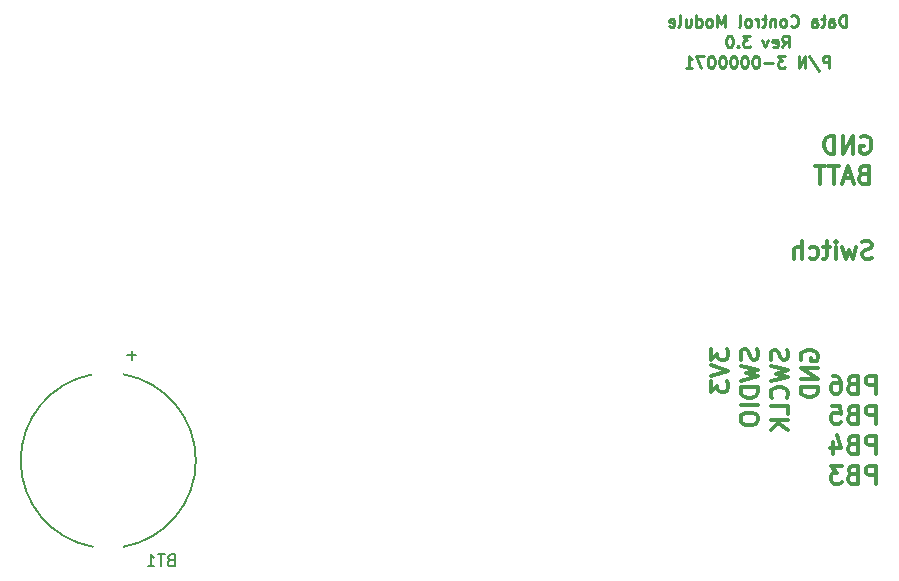
<source format=gbr>
G04 #@! TF.GenerationSoftware,KiCad,Pcbnew,(5.1.7)-1*
G04 #@! TF.CreationDate,2021-02-10T10:40:21-06:00*
G04 #@! TF.ProjectId,control_pcb,636f6e74-726f-46c5-9f70-63622e6b6963,3.0*
G04 #@! TF.SameCoordinates,Original*
G04 #@! TF.FileFunction,Legend,Bot*
G04 #@! TF.FilePolarity,Positive*
%FSLAX46Y46*%
G04 Gerber Fmt 4.6, Leading zero omitted, Abs format (unit mm)*
G04 Created by KiCad (PCBNEW (5.1.7)-1) date 2021-02-10 10:40:21*
%MOMM*%
%LPD*%
G01*
G04 APERTURE LIST*
%ADD10C,0.300000*%
%ADD11C,0.247650*%
%ADD12C,0.150000*%
G04 APERTURE END LIST*
D10*
X151530428Y-123797142D02*
X151316142Y-123868571D01*
X150959000Y-123868571D01*
X150816142Y-123797142D01*
X150744714Y-123725714D01*
X150673285Y-123582857D01*
X150673285Y-123440000D01*
X150744714Y-123297142D01*
X150816142Y-123225714D01*
X150959000Y-123154285D01*
X151244714Y-123082857D01*
X151387571Y-123011428D01*
X151459000Y-122940000D01*
X151530428Y-122797142D01*
X151530428Y-122654285D01*
X151459000Y-122511428D01*
X151387571Y-122440000D01*
X151244714Y-122368571D01*
X150887571Y-122368571D01*
X150673285Y-122440000D01*
X150173285Y-122868571D02*
X149887571Y-123868571D01*
X149601857Y-123154285D01*
X149316142Y-123868571D01*
X149030428Y-122868571D01*
X148459000Y-123868571D02*
X148459000Y-122868571D01*
X148459000Y-122368571D02*
X148530428Y-122440000D01*
X148459000Y-122511428D01*
X148387571Y-122440000D01*
X148459000Y-122368571D01*
X148459000Y-122511428D01*
X147959000Y-122868571D02*
X147387571Y-122868571D01*
X147744714Y-122368571D02*
X147744714Y-123654285D01*
X147673285Y-123797142D01*
X147530428Y-123868571D01*
X147387571Y-123868571D01*
X146244714Y-123797142D02*
X146387571Y-123868571D01*
X146673285Y-123868571D01*
X146816142Y-123797142D01*
X146887571Y-123725714D01*
X146959000Y-123582857D01*
X146959000Y-123154285D01*
X146887571Y-123011428D01*
X146816142Y-122940000D01*
X146673285Y-122868571D01*
X146387571Y-122868571D01*
X146244714Y-122940000D01*
X145601857Y-123868571D02*
X145601857Y-122368571D01*
X144959000Y-123868571D02*
X144959000Y-123082857D01*
X145030428Y-122940000D01*
X145173285Y-122868571D01*
X145387571Y-122868571D01*
X145530428Y-122940000D01*
X145601857Y-123011428D01*
X150776571Y-116732857D02*
X150562285Y-116804285D01*
X150490857Y-116875714D01*
X150419428Y-117018571D01*
X150419428Y-117232857D01*
X150490857Y-117375714D01*
X150562285Y-117447142D01*
X150705142Y-117518571D01*
X151276571Y-117518571D01*
X151276571Y-116018571D01*
X150776571Y-116018571D01*
X150633714Y-116090000D01*
X150562285Y-116161428D01*
X150490857Y-116304285D01*
X150490857Y-116447142D01*
X150562285Y-116590000D01*
X150633714Y-116661428D01*
X150776571Y-116732857D01*
X151276571Y-116732857D01*
X149848000Y-117090000D02*
X149133714Y-117090000D01*
X149990857Y-117518571D02*
X149490857Y-116018571D01*
X148990857Y-117518571D01*
X148705142Y-116018571D02*
X147848000Y-116018571D01*
X148276571Y-117518571D02*
X148276571Y-116018571D01*
X147562285Y-116018571D02*
X146705142Y-116018571D01*
X147133714Y-117518571D02*
X147133714Y-116018571D01*
X150621857Y-113550000D02*
X150764714Y-113478571D01*
X150979000Y-113478571D01*
X151193285Y-113550000D01*
X151336142Y-113692857D01*
X151407571Y-113835714D01*
X151479000Y-114121428D01*
X151479000Y-114335714D01*
X151407571Y-114621428D01*
X151336142Y-114764285D01*
X151193285Y-114907142D01*
X150979000Y-114978571D01*
X150836142Y-114978571D01*
X150621857Y-114907142D01*
X150550428Y-114835714D01*
X150550428Y-114335714D01*
X150836142Y-114335714D01*
X149907571Y-114978571D02*
X149907571Y-113478571D01*
X149050428Y-114978571D01*
X149050428Y-113478571D01*
X148336142Y-114978571D02*
X148336142Y-113478571D01*
X147979000Y-113478571D01*
X147764714Y-113550000D01*
X147621857Y-113692857D01*
X147550428Y-113835714D01*
X147479000Y-114121428D01*
X147479000Y-114335714D01*
X147550428Y-114621428D01*
X147621857Y-114764285D01*
X147764714Y-114907142D01*
X147979000Y-114978571D01*
X148336142Y-114978571D01*
X145554000Y-132461142D02*
X145482571Y-132318285D01*
X145482571Y-132104000D01*
X145554000Y-131889714D01*
X145696857Y-131746857D01*
X145839714Y-131675428D01*
X146125428Y-131604000D01*
X146339714Y-131604000D01*
X146625428Y-131675428D01*
X146768285Y-131746857D01*
X146911142Y-131889714D01*
X146982571Y-132104000D01*
X146982571Y-132246857D01*
X146911142Y-132461142D01*
X146839714Y-132532571D01*
X146339714Y-132532571D01*
X146339714Y-132246857D01*
X146982571Y-133175428D02*
X145482571Y-133175428D01*
X146982571Y-134032571D01*
X145482571Y-134032571D01*
X146982571Y-134746857D02*
X145482571Y-134746857D01*
X145482571Y-135104000D01*
X145554000Y-135318285D01*
X145696857Y-135461142D01*
X145839714Y-135532571D01*
X146125428Y-135604000D01*
X146339714Y-135604000D01*
X146625428Y-135532571D01*
X146768285Y-135461142D01*
X146911142Y-135318285D01*
X146982571Y-135104000D01*
X146982571Y-134746857D01*
X144371142Y-131608142D02*
X144442571Y-131822428D01*
X144442571Y-132179571D01*
X144371142Y-132322428D01*
X144299714Y-132393857D01*
X144156857Y-132465285D01*
X144014000Y-132465285D01*
X143871142Y-132393857D01*
X143799714Y-132322428D01*
X143728285Y-132179571D01*
X143656857Y-131893857D01*
X143585428Y-131751000D01*
X143514000Y-131679571D01*
X143371142Y-131608142D01*
X143228285Y-131608142D01*
X143085428Y-131679571D01*
X143014000Y-131751000D01*
X142942571Y-131893857D01*
X142942571Y-132251000D01*
X143014000Y-132465285D01*
X142942571Y-132965285D02*
X144442571Y-133322428D01*
X143371142Y-133608142D01*
X144442571Y-133893857D01*
X142942571Y-134251000D01*
X144299714Y-135679571D02*
X144371142Y-135608142D01*
X144442571Y-135393857D01*
X144442571Y-135251000D01*
X144371142Y-135036714D01*
X144228285Y-134893857D01*
X144085428Y-134822428D01*
X143799714Y-134751000D01*
X143585428Y-134751000D01*
X143299714Y-134822428D01*
X143156857Y-134893857D01*
X143014000Y-135036714D01*
X142942571Y-135251000D01*
X142942571Y-135393857D01*
X143014000Y-135608142D01*
X143085428Y-135679571D01*
X144442571Y-137036714D02*
X144442571Y-136322428D01*
X142942571Y-136322428D01*
X144442571Y-137536714D02*
X142942571Y-137536714D01*
X144442571Y-138393857D02*
X143585428Y-137751000D01*
X142942571Y-138393857D02*
X143799714Y-137536714D01*
X141831142Y-131568428D02*
X141902571Y-131782714D01*
X141902571Y-132139857D01*
X141831142Y-132282714D01*
X141759714Y-132354142D01*
X141616857Y-132425571D01*
X141474000Y-132425571D01*
X141331142Y-132354142D01*
X141259714Y-132282714D01*
X141188285Y-132139857D01*
X141116857Y-131854142D01*
X141045428Y-131711285D01*
X140974000Y-131639857D01*
X140831142Y-131568428D01*
X140688285Y-131568428D01*
X140545428Y-131639857D01*
X140474000Y-131711285D01*
X140402571Y-131854142D01*
X140402571Y-132211285D01*
X140474000Y-132425571D01*
X140402571Y-132925571D02*
X141902571Y-133282714D01*
X140831142Y-133568428D01*
X141902571Y-133854142D01*
X140402571Y-134211285D01*
X141902571Y-134782714D02*
X140402571Y-134782714D01*
X140402571Y-135139857D01*
X140474000Y-135354142D01*
X140616857Y-135497000D01*
X140759714Y-135568428D01*
X141045428Y-135639857D01*
X141259714Y-135639857D01*
X141545428Y-135568428D01*
X141688285Y-135497000D01*
X141831142Y-135354142D01*
X141902571Y-135139857D01*
X141902571Y-134782714D01*
X141902571Y-136282714D02*
X140402571Y-136282714D01*
X140402571Y-137282714D02*
X140402571Y-137568428D01*
X140474000Y-137711285D01*
X140616857Y-137854142D01*
X140902571Y-137925571D01*
X141402571Y-137925571D01*
X141688285Y-137854142D01*
X141831142Y-137711285D01*
X141902571Y-137568428D01*
X141902571Y-137282714D01*
X141831142Y-137139857D01*
X141688285Y-136997000D01*
X141402571Y-136925571D01*
X140902571Y-136925571D01*
X140616857Y-136997000D01*
X140474000Y-137139857D01*
X140402571Y-137282714D01*
X137862571Y-131492857D02*
X137862571Y-132421428D01*
X138434000Y-131921428D01*
X138434000Y-132135714D01*
X138505428Y-132278571D01*
X138576857Y-132350000D01*
X138719714Y-132421428D01*
X139076857Y-132421428D01*
X139219714Y-132350000D01*
X139291142Y-132278571D01*
X139362571Y-132135714D01*
X139362571Y-131707142D01*
X139291142Y-131564285D01*
X139219714Y-131492857D01*
X137862571Y-132850000D02*
X139362571Y-133350000D01*
X137862571Y-133850000D01*
X137862571Y-134207142D02*
X137862571Y-135135714D01*
X138434000Y-134635714D01*
X138434000Y-134850000D01*
X138505428Y-134992857D01*
X138576857Y-135064285D01*
X138719714Y-135135714D01*
X139076857Y-135135714D01*
X139219714Y-135064285D01*
X139291142Y-134992857D01*
X139362571Y-134850000D01*
X139362571Y-134421428D01*
X139291142Y-134278571D01*
X139219714Y-134207142D01*
X151844142Y-142918571D02*
X151844142Y-141418571D01*
X151272714Y-141418571D01*
X151129857Y-141490000D01*
X151058428Y-141561428D01*
X150987000Y-141704285D01*
X150987000Y-141918571D01*
X151058428Y-142061428D01*
X151129857Y-142132857D01*
X151272714Y-142204285D01*
X151844142Y-142204285D01*
X149844142Y-142132857D02*
X149629857Y-142204285D01*
X149558428Y-142275714D01*
X149487000Y-142418571D01*
X149487000Y-142632857D01*
X149558428Y-142775714D01*
X149629857Y-142847142D01*
X149772714Y-142918571D01*
X150344142Y-142918571D01*
X150344142Y-141418571D01*
X149844142Y-141418571D01*
X149701285Y-141490000D01*
X149629857Y-141561428D01*
X149558428Y-141704285D01*
X149558428Y-141847142D01*
X149629857Y-141990000D01*
X149701285Y-142061428D01*
X149844142Y-142132857D01*
X150344142Y-142132857D01*
X148987000Y-141418571D02*
X148058428Y-141418571D01*
X148558428Y-141990000D01*
X148344142Y-141990000D01*
X148201285Y-142061428D01*
X148129857Y-142132857D01*
X148058428Y-142275714D01*
X148058428Y-142632857D01*
X148129857Y-142775714D01*
X148201285Y-142847142D01*
X148344142Y-142918571D01*
X148772714Y-142918571D01*
X148915571Y-142847142D01*
X148987000Y-142775714D01*
X151844142Y-140378571D02*
X151844142Y-138878571D01*
X151272714Y-138878571D01*
X151129857Y-138950000D01*
X151058428Y-139021428D01*
X150987000Y-139164285D01*
X150987000Y-139378571D01*
X151058428Y-139521428D01*
X151129857Y-139592857D01*
X151272714Y-139664285D01*
X151844142Y-139664285D01*
X149844142Y-139592857D02*
X149629857Y-139664285D01*
X149558428Y-139735714D01*
X149487000Y-139878571D01*
X149487000Y-140092857D01*
X149558428Y-140235714D01*
X149629857Y-140307142D01*
X149772714Y-140378571D01*
X150344142Y-140378571D01*
X150344142Y-138878571D01*
X149844142Y-138878571D01*
X149701285Y-138950000D01*
X149629857Y-139021428D01*
X149558428Y-139164285D01*
X149558428Y-139307142D01*
X149629857Y-139450000D01*
X149701285Y-139521428D01*
X149844142Y-139592857D01*
X150344142Y-139592857D01*
X148201285Y-139378571D02*
X148201285Y-140378571D01*
X148558428Y-138807142D02*
X148915571Y-139878571D01*
X147987000Y-139878571D01*
X151844142Y-137838571D02*
X151844142Y-136338571D01*
X151272714Y-136338571D01*
X151129857Y-136410000D01*
X151058428Y-136481428D01*
X150987000Y-136624285D01*
X150987000Y-136838571D01*
X151058428Y-136981428D01*
X151129857Y-137052857D01*
X151272714Y-137124285D01*
X151844142Y-137124285D01*
X149844142Y-137052857D02*
X149629857Y-137124285D01*
X149558428Y-137195714D01*
X149487000Y-137338571D01*
X149487000Y-137552857D01*
X149558428Y-137695714D01*
X149629857Y-137767142D01*
X149772714Y-137838571D01*
X150344142Y-137838571D01*
X150344142Y-136338571D01*
X149844142Y-136338571D01*
X149701285Y-136410000D01*
X149629857Y-136481428D01*
X149558428Y-136624285D01*
X149558428Y-136767142D01*
X149629857Y-136910000D01*
X149701285Y-136981428D01*
X149844142Y-137052857D01*
X150344142Y-137052857D01*
X148129857Y-136338571D02*
X148844142Y-136338571D01*
X148915571Y-137052857D01*
X148844142Y-136981428D01*
X148701285Y-136910000D01*
X148344142Y-136910000D01*
X148201285Y-136981428D01*
X148129857Y-137052857D01*
X148058428Y-137195714D01*
X148058428Y-137552857D01*
X148129857Y-137695714D01*
X148201285Y-137767142D01*
X148344142Y-137838571D01*
X148701285Y-137838571D01*
X148844142Y-137767142D01*
X148915571Y-137695714D01*
X151844142Y-135298571D02*
X151844142Y-133798571D01*
X151272714Y-133798571D01*
X151129857Y-133870000D01*
X151058428Y-133941428D01*
X150987000Y-134084285D01*
X150987000Y-134298571D01*
X151058428Y-134441428D01*
X151129857Y-134512857D01*
X151272714Y-134584285D01*
X151844142Y-134584285D01*
X149844142Y-134512857D02*
X149629857Y-134584285D01*
X149558428Y-134655714D01*
X149487000Y-134798571D01*
X149487000Y-135012857D01*
X149558428Y-135155714D01*
X149629857Y-135227142D01*
X149772714Y-135298571D01*
X150344142Y-135298571D01*
X150344142Y-133798571D01*
X149844142Y-133798571D01*
X149701285Y-133870000D01*
X149629857Y-133941428D01*
X149558428Y-134084285D01*
X149558428Y-134227142D01*
X149629857Y-134370000D01*
X149701285Y-134441428D01*
X149844142Y-134512857D01*
X150344142Y-134512857D01*
X148201285Y-133798571D02*
X148487000Y-133798571D01*
X148629857Y-133870000D01*
X148701285Y-133941428D01*
X148844142Y-134155714D01*
X148915571Y-134441428D01*
X148915571Y-135012857D01*
X148844142Y-135155714D01*
X148772714Y-135227142D01*
X148629857Y-135298571D01*
X148344142Y-135298571D01*
X148201285Y-135227142D01*
X148129857Y-135155714D01*
X148058428Y-135012857D01*
X148058428Y-134655714D01*
X148129857Y-134512857D01*
X148201285Y-134441428D01*
X148344142Y-134370000D01*
X148629857Y-134370000D01*
X148772714Y-134441428D01*
X148844142Y-134512857D01*
X148915571Y-134655714D01*
D11*
X149335671Y-104251578D02*
X149335671Y-103260978D01*
X149099814Y-103260978D01*
X148958300Y-103308150D01*
X148863957Y-103402492D01*
X148816785Y-103496835D01*
X148769614Y-103685521D01*
X148769614Y-103827035D01*
X148816785Y-104015721D01*
X148863957Y-104110064D01*
X148958300Y-104204407D01*
X149099814Y-104251578D01*
X149335671Y-104251578D01*
X147920528Y-104251578D02*
X147920528Y-103732692D01*
X147967700Y-103638350D01*
X148062042Y-103591178D01*
X148250728Y-103591178D01*
X148345071Y-103638350D01*
X147920528Y-104204407D02*
X148014871Y-104251578D01*
X148250728Y-104251578D01*
X148345071Y-104204407D01*
X148392242Y-104110064D01*
X148392242Y-104015721D01*
X148345071Y-103921378D01*
X148250728Y-103874207D01*
X148014871Y-103874207D01*
X147920528Y-103827035D01*
X147590328Y-103591178D02*
X147212957Y-103591178D01*
X147448814Y-103260978D02*
X147448814Y-104110064D01*
X147401642Y-104204407D01*
X147307300Y-104251578D01*
X147212957Y-104251578D01*
X146458214Y-104251578D02*
X146458214Y-103732692D01*
X146505385Y-103638350D01*
X146599728Y-103591178D01*
X146788414Y-103591178D01*
X146882757Y-103638350D01*
X146458214Y-104204407D02*
X146552557Y-104251578D01*
X146788414Y-104251578D01*
X146882757Y-104204407D01*
X146929928Y-104110064D01*
X146929928Y-104015721D01*
X146882757Y-103921378D01*
X146788414Y-103874207D01*
X146552557Y-103874207D01*
X146458214Y-103827035D01*
X144665700Y-104157235D02*
X144712871Y-104204407D01*
X144854385Y-104251578D01*
X144948728Y-104251578D01*
X145090242Y-104204407D01*
X145184585Y-104110064D01*
X145231757Y-104015721D01*
X145278928Y-103827035D01*
X145278928Y-103685521D01*
X145231757Y-103496835D01*
X145184585Y-103402492D01*
X145090242Y-103308150D01*
X144948728Y-103260978D01*
X144854385Y-103260978D01*
X144712871Y-103308150D01*
X144665700Y-103355321D01*
X144099642Y-104251578D02*
X144193985Y-104204407D01*
X144241157Y-104157235D01*
X144288328Y-104062892D01*
X144288328Y-103779864D01*
X144241157Y-103685521D01*
X144193985Y-103638350D01*
X144099642Y-103591178D01*
X143958128Y-103591178D01*
X143863785Y-103638350D01*
X143816614Y-103685521D01*
X143769442Y-103779864D01*
X143769442Y-104062892D01*
X143816614Y-104157235D01*
X143863785Y-104204407D01*
X143958128Y-104251578D01*
X144099642Y-104251578D01*
X143344900Y-103591178D02*
X143344900Y-104251578D01*
X143344900Y-103685521D02*
X143297728Y-103638350D01*
X143203385Y-103591178D01*
X143061871Y-103591178D01*
X142967528Y-103638350D01*
X142920357Y-103732692D01*
X142920357Y-104251578D01*
X142590157Y-103591178D02*
X142212785Y-103591178D01*
X142448642Y-103260978D02*
X142448642Y-104110064D01*
X142401471Y-104204407D01*
X142307128Y-104251578D01*
X142212785Y-104251578D01*
X141882585Y-104251578D02*
X141882585Y-103591178D01*
X141882585Y-103779864D02*
X141835414Y-103685521D01*
X141788242Y-103638350D01*
X141693900Y-103591178D01*
X141599557Y-103591178D01*
X141127842Y-104251578D02*
X141222185Y-104204407D01*
X141269357Y-104157235D01*
X141316528Y-104062892D01*
X141316528Y-103779864D01*
X141269357Y-103685521D01*
X141222185Y-103638350D01*
X141127842Y-103591178D01*
X140986328Y-103591178D01*
X140891985Y-103638350D01*
X140844814Y-103685521D01*
X140797642Y-103779864D01*
X140797642Y-104062892D01*
X140844814Y-104157235D01*
X140891985Y-104204407D01*
X140986328Y-104251578D01*
X141127842Y-104251578D01*
X140231585Y-104251578D02*
X140325928Y-104204407D01*
X140373100Y-104110064D01*
X140373100Y-103260978D01*
X139099471Y-104251578D02*
X139099471Y-103260978D01*
X138769271Y-103968550D01*
X138439071Y-103260978D01*
X138439071Y-104251578D01*
X137825842Y-104251578D02*
X137920185Y-104204407D01*
X137967357Y-104157235D01*
X138014528Y-104062892D01*
X138014528Y-103779864D01*
X137967357Y-103685521D01*
X137920185Y-103638350D01*
X137825842Y-103591178D01*
X137684328Y-103591178D01*
X137589985Y-103638350D01*
X137542814Y-103685521D01*
X137495642Y-103779864D01*
X137495642Y-104062892D01*
X137542814Y-104157235D01*
X137589985Y-104204407D01*
X137684328Y-104251578D01*
X137825842Y-104251578D01*
X136646557Y-104251578D02*
X136646557Y-103260978D01*
X136646557Y-104204407D02*
X136740900Y-104251578D01*
X136929585Y-104251578D01*
X137023928Y-104204407D01*
X137071100Y-104157235D01*
X137118271Y-104062892D01*
X137118271Y-103779864D01*
X137071100Y-103685521D01*
X137023928Y-103638350D01*
X136929585Y-103591178D01*
X136740900Y-103591178D01*
X136646557Y-103638350D01*
X135750300Y-103591178D02*
X135750300Y-104251578D01*
X136174842Y-103591178D02*
X136174842Y-104110064D01*
X136127671Y-104204407D01*
X136033328Y-104251578D01*
X135891814Y-104251578D01*
X135797471Y-104204407D01*
X135750300Y-104157235D01*
X135137071Y-104251578D02*
X135231414Y-104204407D01*
X135278585Y-104110064D01*
X135278585Y-103260978D01*
X134382328Y-104204407D02*
X134476671Y-104251578D01*
X134665357Y-104251578D01*
X134759700Y-104204407D01*
X134806871Y-104110064D01*
X134806871Y-103732692D01*
X134759700Y-103638350D01*
X134665357Y-103591178D01*
X134476671Y-103591178D01*
X134382328Y-103638350D01*
X134335157Y-103732692D01*
X134335157Y-103827035D01*
X134806871Y-103921378D01*
X143910957Y-105985128D02*
X144241157Y-105513414D01*
X144477014Y-105985128D02*
X144477014Y-104994528D01*
X144099642Y-104994528D01*
X144005300Y-105041700D01*
X143958128Y-105088871D01*
X143910957Y-105183214D01*
X143910957Y-105324728D01*
X143958128Y-105419071D01*
X144005300Y-105466242D01*
X144099642Y-105513414D01*
X144477014Y-105513414D01*
X143109042Y-105937957D02*
X143203385Y-105985128D01*
X143392071Y-105985128D01*
X143486414Y-105937957D01*
X143533585Y-105843614D01*
X143533585Y-105466242D01*
X143486414Y-105371900D01*
X143392071Y-105324728D01*
X143203385Y-105324728D01*
X143109042Y-105371900D01*
X143061871Y-105466242D01*
X143061871Y-105560585D01*
X143533585Y-105654928D01*
X142731671Y-105324728D02*
X142495814Y-105985128D01*
X142259957Y-105324728D01*
X141222185Y-104994528D02*
X140608957Y-104994528D01*
X140939157Y-105371900D01*
X140797642Y-105371900D01*
X140703300Y-105419071D01*
X140656128Y-105466242D01*
X140608957Y-105560585D01*
X140608957Y-105796442D01*
X140656128Y-105890785D01*
X140703300Y-105937957D01*
X140797642Y-105985128D01*
X141080671Y-105985128D01*
X141175014Y-105937957D01*
X141222185Y-105890785D01*
X140184414Y-105890785D02*
X140137242Y-105937957D01*
X140184414Y-105985128D01*
X140231585Y-105937957D01*
X140184414Y-105890785D01*
X140184414Y-105985128D01*
X139524014Y-104994528D02*
X139429671Y-104994528D01*
X139335328Y-105041700D01*
X139288157Y-105088871D01*
X139240985Y-105183214D01*
X139193814Y-105371900D01*
X139193814Y-105607757D01*
X139240985Y-105796442D01*
X139288157Y-105890785D01*
X139335328Y-105937957D01*
X139429671Y-105985128D01*
X139524014Y-105985128D01*
X139618357Y-105937957D01*
X139665528Y-105890785D01*
X139712700Y-105796442D01*
X139759871Y-105607757D01*
X139759871Y-105371900D01*
X139712700Y-105183214D01*
X139665528Y-105088871D01*
X139618357Y-105041700D01*
X139524014Y-104994528D01*
X147920528Y-107718678D02*
X147920528Y-106728078D01*
X147543157Y-106728078D01*
X147448814Y-106775250D01*
X147401642Y-106822421D01*
X147354471Y-106916764D01*
X147354471Y-107058278D01*
X147401642Y-107152621D01*
X147448814Y-107199792D01*
X147543157Y-107246964D01*
X147920528Y-107246964D01*
X146222357Y-106680907D02*
X147071442Y-107954535D01*
X145892157Y-107718678D02*
X145892157Y-106728078D01*
X145326100Y-107718678D01*
X145326100Y-106728078D01*
X144193985Y-106728078D02*
X143580757Y-106728078D01*
X143910957Y-107105450D01*
X143769442Y-107105450D01*
X143675100Y-107152621D01*
X143627928Y-107199792D01*
X143580757Y-107294135D01*
X143580757Y-107529992D01*
X143627928Y-107624335D01*
X143675100Y-107671507D01*
X143769442Y-107718678D01*
X144052471Y-107718678D01*
X144146814Y-107671507D01*
X144193985Y-107624335D01*
X143156214Y-107341307D02*
X142401471Y-107341307D01*
X141741071Y-106728078D02*
X141646728Y-106728078D01*
X141552385Y-106775250D01*
X141505214Y-106822421D01*
X141458042Y-106916764D01*
X141410871Y-107105450D01*
X141410871Y-107341307D01*
X141458042Y-107529992D01*
X141505214Y-107624335D01*
X141552385Y-107671507D01*
X141646728Y-107718678D01*
X141741071Y-107718678D01*
X141835414Y-107671507D01*
X141882585Y-107624335D01*
X141929757Y-107529992D01*
X141976928Y-107341307D01*
X141976928Y-107105450D01*
X141929757Y-106916764D01*
X141882585Y-106822421D01*
X141835414Y-106775250D01*
X141741071Y-106728078D01*
X140797642Y-106728078D02*
X140703300Y-106728078D01*
X140608957Y-106775250D01*
X140561785Y-106822421D01*
X140514614Y-106916764D01*
X140467442Y-107105450D01*
X140467442Y-107341307D01*
X140514614Y-107529992D01*
X140561785Y-107624335D01*
X140608957Y-107671507D01*
X140703300Y-107718678D01*
X140797642Y-107718678D01*
X140891985Y-107671507D01*
X140939157Y-107624335D01*
X140986328Y-107529992D01*
X141033500Y-107341307D01*
X141033500Y-107105450D01*
X140986328Y-106916764D01*
X140939157Y-106822421D01*
X140891985Y-106775250D01*
X140797642Y-106728078D01*
X139854214Y-106728078D02*
X139759871Y-106728078D01*
X139665528Y-106775250D01*
X139618357Y-106822421D01*
X139571185Y-106916764D01*
X139524014Y-107105450D01*
X139524014Y-107341307D01*
X139571185Y-107529992D01*
X139618357Y-107624335D01*
X139665528Y-107671507D01*
X139759871Y-107718678D01*
X139854214Y-107718678D01*
X139948557Y-107671507D01*
X139995728Y-107624335D01*
X140042900Y-107529992D01*
X140090071Y-107341307D01*
X140090071Y-107105450D01*
X140042900Y-106916764D01*
X139995728Y-106822421D01*
X139948557Y-106775250D01*
X139854214Y-106728078D01*
X138910785Y-106728078D02*
X138816442Y-106728078D01*
X138722100Y-106775250D01*
X138674928Y-106822421D01*
X138627757Y-106916764D01*
X138580585Y-107105450D01*
X138580585Y-107341307D01*
X138627757Y-107529992D01*
X138674928Y-107624335D01*
X138722100Y-107671507D01*
X138816442Y-107718678D01*
X138910785Y-107718678D01*
X139005128Y-107671507D01*
X139052300Y-107624335D01*
X139099471Y-107529992D01*
X139146642Y-107341307D01*
X139146642Y-107105450D01*
X139099471Y-106916764D01*
X139052300Y-106822421D01*
X139005128Y-106775250D01*
X138910785Y-106728078D01*
X137967357Y-106728078D02*
X137873014Y-106728078D01*
X137778671Y-106775250D01*
X137731500Y-106822421D01*
X137684328Y-106916764D01*
X137637157Y-107105450D01*
X137637157Y-107341307D01*
X137684328Y-107529992D01*
X137731500Y-107624335D01*
X137778671Y-107671507D01*
X137873014Y-107718678D01*
X137967357Y-107718678D01*
X138061700Y-107671507D01*
X138108871Y-107624335D01*
X138156042Y-107529992D01*
X138203214Y-107341307D01*
X138203214Y-107105450D01*
X138156042Y-106916764D01*
X138108871Y-106822421D01*
X138061700Y-106775250D01*
X137967357Y-106728078D01*
X137306957Y-106728078D02*
X136646557Y-106728078D01*
X137071100Y-107718678D01*
X135750300Y-107718678D02*
X136316357Y-107718678D01*
X136033328Y-107718678D02*
X136033328Y-106728078D01*
X136127671Y-106869592D01*
X136222014Y-106963935D01*
X136316357Y-107011107D01*
D12*
X85452730Y-133691469D02*
G75*
G03*
X85568000Y-148270000I1415270J-7278531D01*
G01*
X88168001Y-148269999D02*
G75*
G03*
X88167999Y-133670001I-1300001J7299999D01*
G01*
X92153714Y-149398571D02*
X92010857Y-149446190D01*
X91963238Y-149493809D01*
X91915619Y-149589047D01*
X91915619Y-149731904D01*
X91963238Y-149827142D01*
X92010857Y-149874761D01*
X92106095Y-149922380D01*
X92487047Y-149922380D01*
X92487047Y-148922380D01*
X92153714Y-148922380D01*
X92058476Y-148970000D01*
X92010857Y-149017619D01*
X91963238Y-149112857D01*
X91963238Y-149208095D01*
X92010857Y-149303333D01*
X92058476Y-149350952D01*
X92153714Y-149398571D01*
X92487047Y-149398571D01*
X91629904Y-148922380D02*
X91058476Y-148922380D01*
X91344190Y-149922380D02*
X91344190Y-148922380D01*
X90201333Y-149922380D02*
X90772761Y-149922380D01*
X90487047Y-149922380D02*
X90487047Y-148922380D01*
X90582285Y-149065238D01*
X90677523Y-149160476D01*
X90772761Y-149208095D01*
X89248952Y-132041428D02*
X88487047Y-132041428D01*
X88868000Y-132422380D02*
X88868000Y-131660476D01*
M02*

</source>
